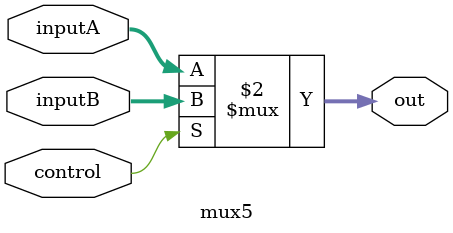
<source format=v>
`ifndef MODULE_MUX5
`define MODULE_MUX5
`timescale 1ns / 1ps


module mux5(inputA, inputB, control, out);
    parameter bits = 5;
    input [bits-1:0] inputA;
    input [bits-1:0] inputB;
    input control; //the control signal
    output [bits-1:0] out; //the output
    assign out= (control==1'b0) ?inputA:inputB;
endmodule

`endif
</source>
